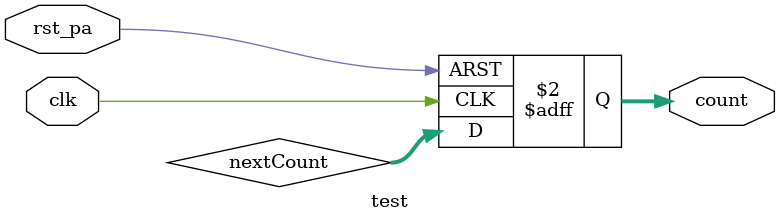
<source format=v>
module test (clk,rst_pa,count);
input clk,rst_pa;
output[7:0] count;
reg[7:0] count;
reg[7:0] nextCount;
always @(posedge clk or posedge rst_pa)
if (rst_pa)
count <= 0;
else
count <= nextCount;
endmodule

</source>
